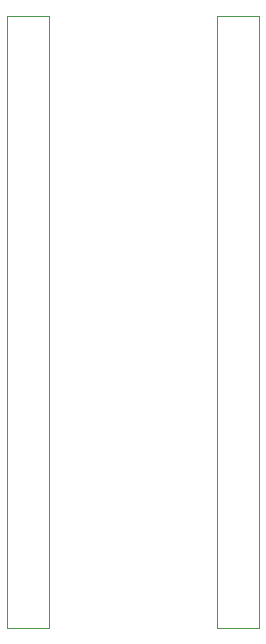
<source format=gbr>
G04 #@! TF.GenerationSoftware,KiCad,Pcbnew,(5.1.9)-1*
G04 #@! TF.CreationDate,2021-05-14T16:57:38+01:00*
G04 #@! TF.ProjectId,EnvOpenPico,456e764f-7065-46e5-9069-636f2e6b6963,REV1*
G04 #@! TF.SameCoordinates,Original*
G04 #@! TF.FileFunction,Other,User*
%FSLAX46Y46*%
G04 Gerber Fmt 4.6, Leading zero omitted, Abs format (unit mm)*
G04 Created by KiCad (PCBNEW (5.1.9)-1) date 2021-05-14 16:57:38*
%MOMM*%
%LPD*%
G01*
G04 APERTURE LIST*
%ADD10C,0.050000*%
G04 APERTURE END LIST*
D10*
X114330000Y-56925000D02*
X114330000Y-108775000D01*
X114330000Y-108775000D02*
X110730000Y-108775000D01*
X110730000Y-108775000D02*
X110730000Y-56925000D01*
X110730000Y-56925000D02*
X114330000Y-56925000D01*
X92950000Y-108785000D02*
X92950000Y-56935000D01*
X92950000Y-56935000D02*
X96550000Y-56935000D01*
X96550000Y-56935000D02*
X96550000Y-108785000D01*
X96550000Y-108785000D02*
X92950000Y-108785000D01*
M02*

</source>
